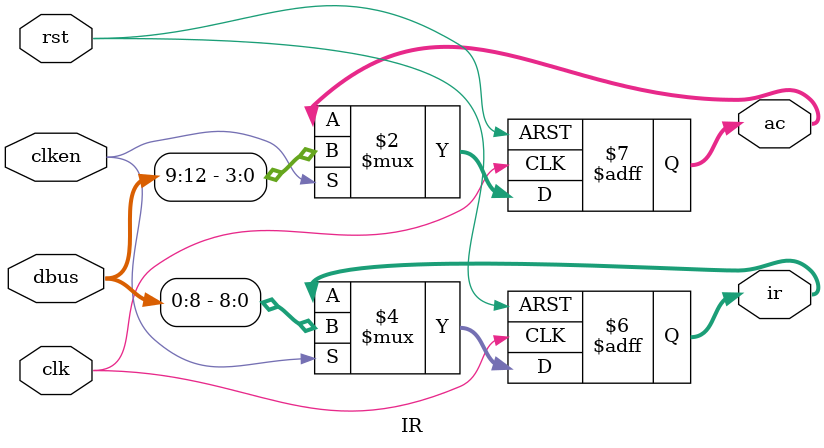
<source format=v>

module IR(clk, rst, clken, dbus, ir, ac);

   input  clk;                  // Clock
   input  rst;                  // Reset
   input  clken;                // Clock Enable
   input  [0:35] dbus;          // Input Bus
   output [0: 8] ir;            // Instruction register
   output [0: 3] ac;            // Accumulator selection

   //
   // Instruction Register and AC Selection
   //  DPEA/E55
   //  DPEA/E64
   //  DPEA/E93
   //

   reg [0: 8] ir;               // Instruction register
   reg [0: 3] ac;               // Accumulator selection

   always @(posedge clk or posedge rst)
    begin
        if (rst)
          begin
             ir <= 9'b000_000_000;
             ac <= 4'b0000;
          end
        else if (clken)
          begin
             ir <= dbus[0:8];
             ac <= dbus[9:12];
          end
    end

 endmodule

</source>
